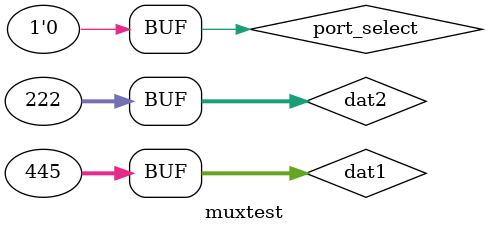
<source format=v>
`timescale 1ns / 1ps

module muxtest;

	// Inputs
	reg port_select;
	reg [31:0] dat1;
	reg [31:0] dat2;

	// Outputs
	wire [31:0] data_out;

	// Instantiate the Unit Under Test (UUT)
	Mux2x1 uut (
		.port_select(port_select), 
		.dat1(dat1), 
		.dat2(dat2), 
		.data_out(data_out)
	);

	initial begin
		// Initialize Inputs
		port_select = 0;
		dat1 = 0;
		dat2 = 0;

		// Wait 100 ns for global reset to finish
		#100;
        
		// Add stimulus here
		#10; dat1 = 123; dat2 = 987;
		#50; port_select = 0; 
		#50; port_select = 1;
		#50; port_select = 0;
		#50; port_select = 1;
		#10; dat1 = 445; dat2 = 222;
		#50; port_select = 0;

	end
      
endmodule


</source>
